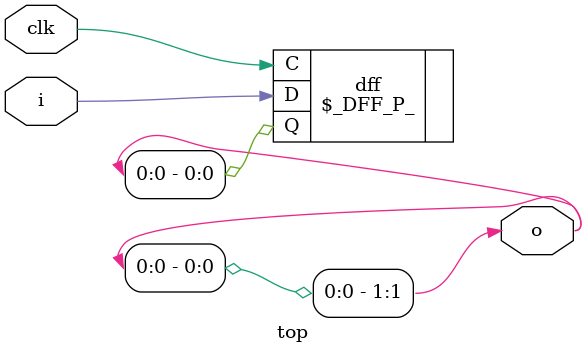
<source format=v>
module top(input clk, i, output [1:0] o);
(* init = 2'bx0 *)
wire [1:0] o;
assign o[1] = o[0];
\$_DFF_P_ dff (.C(clk), .D(i), .Q(o[0]));
endmodule

</source>
